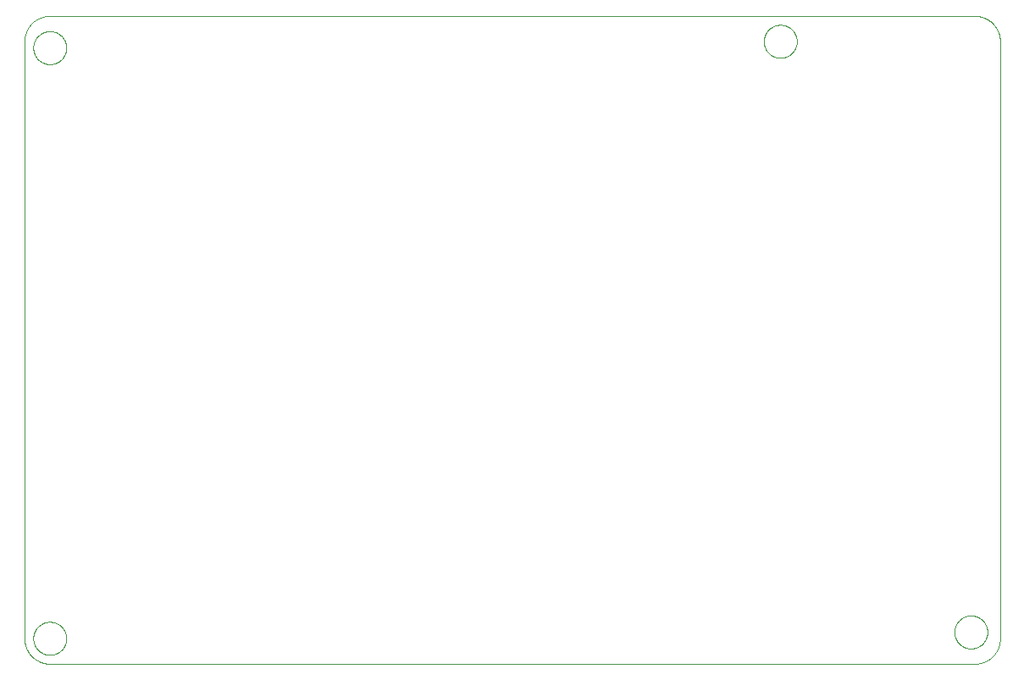
<source format=gko>
G75*
%MOIN*%
%OFA0B0*%
%FSLAX25Y25*%
%IPPOS*%
%LPD*%
%AMOC8*
5,1,8,0,0,1.08239X$1,22.5*
%
%ADD10C,0.00000*%
D10*
X0031333Y0040150D02*
X0031333Y0275150D01*
X0031336Y0275392D01*
X0031345Y0275633D01*
X0031359Y0275874D01*
X0031380Y0276115D01*
X0031406Y0276355D01*
X0031438Y0276595D01*
X0031476Y0276834D01*
X0031519Y0277071D01*
X0031569Y0277308D01*
X0031624Y0277543D01*
X0031684Y0277777D01*
X0031751Y0278009D01*
X0031822Y0278240D01*
X0031900Y0278469D01*
X0031983Y0278696D01*
X0032071Y0278921D01*
X0032165Y0279144D01*
X0032264Y0279364D01*
X0032369Y0279582D01*
X0032478Y0279797D01*
X0032593Y0280010D01*
X0032713Y0280220D01*
X0032838Y0280426D01*
X0032968Y0280630D01*
X0033103Y0280831D01*
X0033243Y0281028D01*
X0033387Y0281222D01*
X0033536Y0281412D01*
X0033690Y0281598D01*
X0033848Y0281781D01*
X0034010Y0281960D01*
X0034177Y0282135D01*
X0034348Y0282306D01*
X0034523Y0282473D01*
X0034702Y0282635D01*
X0034885Y0282793D01*
X0035071Y0282947D01*
X0035261Y0283096D01*
X0035455Y0283240D01*
X0035652Y0283380D01*
X0035853Y0283515D01*
X0036057Y0283645D01*
X0036263Y0283770D01*
X0036473Y0283890D01*
X0036686Y0284005D01*
X0036901Y0284114D01*
X0037119Y0284219D01*
X0037339Y0284318D01*
X0037562Y0284412D01*
X0037787Y0284500D01*
X0038014Y0284583D01*
X0038243Y0284661D01*
X0038474Y0284732D01*
X0038706Y0284799D01*
X0038940Y0284859D01*
X0039175Y0284914D01*
X0039412Y0284964D01*
X0039649Y0285007D01*
X0039888Y0285045D01*
X0040128Y0285077D01*
X0040368Y0285103D01*
X0040609Y0285124D01*
X0040850Y0285138D01*
X0041091Y0285147D01*
X0041333Y0285150D01*
X0405333Y0285150D01*
X0405575Y0285147D01*
X0405816Y0285138D01*
X0406057Y0285124D01*
X0406298Y0285103D01*
X0406538Y0285077D01*
X0406778Y0285045D01*
X0407017Y0285007D01*
X0407254Y0284964D01*
X0407491Y0284914D01*
X0407726Y0284859D01*
X0407960Y0284799D01*
X0408192Y0284732D01*
X0408423Y0284661D01*
X0408652Y0284583D01*
X0408879Y0284500D01*
X0409104Y0284412D01*
X0409327Y0284318D01*
X0409547Y0284219D01*
X0409765Y0284114D01*
X0409980Y0284005D01*
X0410193Y0283890D01*
X0410403Y0283770D01*
X0410609Y0283645D01*
X0410813Y0283515D01*
X0411014Y0283380D01*
X0411211Y0283240D01*
X0411405Y0283096D01*
X0411595Y0282947D01*
X0411781Y0282793D01*
X0411964Y0282635D01*
X0412143Y0282473D01*
X0412318Y0282306D01*
X0412489Y0282135D01*
X0412656Y0281960D01*
X0412818Y0281781D01*
X0412976Y0281598D01*
X0413130Y0281412D01*
X0413279Y0281222D01*
X0413423Y0281028D01*
X0413563Y0280831D01*
X0413698Y0280630D01*
X0413828Y0280426D01*
X0413953Y0280220D01*
X0414073Y0280010D01*
X0414188Y0279797D01*
X0414297Y0279582D01*
X0414402Y0279364D01*
X0414501Y0279144D01*
X0414595Y0278921D01*
X0414683Y0278696D01*
X0414766Y0278469D01*
X0414844Y0278240D01*
X0414915Y0278009D01*
X0414982Y0277777D01*
X0415042Y0277543D01*
X0415097Y0277308D01*
X0415147Y0277071D01*
X0415190Y0276834D01*
X0415228Y0276595D01*
X0415260Y0276355D01*
X0415286Y0276115D01*
X0415307Y0275874D01*
X0415321Y0275633D01*
X0415330Y0275392D01*
X0415333Y0275150D01*
X0415333Y0040150D01*
X0415330Y0039908D01*
X0415321Y0039667D01*
X0415307Y0039426D01*
X0415286Y0039185D01*
X0415260Y0038945D01*
X0415228Y0038705D01*
X0415190Y0038466D01*
X0415147Y0038229D01*
X0415097Y0037992D01*
X0415042Y0037757D01*
X0414982Y0037523D01*
X0414915Y0037291D01*
X0414844Y0037060D01*
X0414766Y0036831D01*
X0414683Y0036604D01*
X0414595Y0036379D01*
X0414501Y0036156D01*
X0414402Y0035936D01*
X0414297Y0035718D01*
X0414188Y0035503D01*
X0414073Y0035290D01*
X0413953Y0035080D01*
X0413828Y0034874D01*
X0413698Y0034670D01*
X0413563Y0034469D01*
X0413423Y0034272D01*
X0413279Y0034078D01*
X0413130Y0033888D01*
X0412976Y0033702D01*
X0412818Y0033519D01*
X0412656Y0033340D01*
X0412489Y0033165D01*
X0412318Y0032994D01*
X0412143Y0032827D01*
X0411964Y0032665D01*
X0411781Y0032507D01*
X0411595Y0032353D01*
X0411405Y0032204D01*
X0411211Y0032060D01*
X0411014Y0031920D01*
X0410813Y0031785D01*
X0410609Y0031655D01*
X0410403Y0031530D01*
X0410193Y0031410D01*
X0409980Y0031295D01*
X0409765Y0031186D01*
X0409547Y0031081D01*
X0409327Y0030982D01*
X0409104Y0030888D01*
X0408879Y0030800D01*
X0408652Y0030717D01*
X0408423Y0030639D01*
X0408192Y0030568D01*
X0407960Y0030501D01*
X0407726Y0030441D01*
X0407491Y0030386D01*
X0407254Y0030336D01*
X0407017Y0030293D01*
X0406778Y0030255D01*
X0406538Y0030223D01*
X0406298Y0030197D01*
X0406057Y0030176D01*
X0405816Y0030162D01*
X0405575Y0030153D01*
X0405333Y0030150D01*
X0041333Y0030150D01*
X0034833Y0040150D02*
X0034835Y0040311D01*
X0034841Y0040471D01*
X0034851Y0040632D01*
X0034865Y0040792D01*
X0034883Y0040952D01*
X0034904Y0041111D01*
X0034930Y0041270D01*
X0034960Y0041428D01*
X0034993Y0041585D01*
X0035031Y0041742D01*
X0035072Y0041897D01*
X0035117Y0042051D01*
X0035166Y0042204D01*
X0035219Y0042356D01*
X0035275Y0042507D01*
X0035336Y0042656D01*
X0035399Y0042804D01*
X0035467Y0042950D01*
X0035538Y0043094D01*
X0035612Y0043236D01*
X0035690Y0043377D01*
X0035772Y0043515D01*
X0035857Y0043652D01*
X0035945Y0043786D01*
X0036037Y0043918D01*
X0036132Y0044048D01*
X0036230Y0044176D01*
X0036331Y0044301D01*
X0036435Y0044423D01*
X0036542Y0044543D01*
X0036652Y0044660D01*
X0036765Y0044775D01*
X0036881Y0044886D01*
X0037000Y0044995D01*
X0037121Y0045100D01*
X0037245Y0045203D01*
X0037371Y0045303D01*
X0037499Y0045399D01*
X0037630Y0045492D01*
X0037764Y0045582D01*
X0037899Y0045669D01*
X0038037Y0045752D01*
X0038176Y0045832D01*
X0038318Y0045908D01*
X0038461Y0045981D01*
X0038606Y0046050D01*
X0038753Y0046116D01*
X0038901Y0046178D01*
X0039051Y0046236D01*
X0039202Y0046291D01*
X0039355Y0046342D01*
X0039509Y0046389D01*
X0039664Y0046432D01*
X0039820Y0046471D01*
X0039976Y0046507D01*
X0040134Y0046538D01*
X0040292Y0046566D01*
X0040451Y0046590D01*
X0040611Y0046610D01*
X0040771Y0046626D01*
X0040931Y0046638D01*
X0041092Y0046646D01*
X0041253Y0046650D01*
X0041413Y0046650D01*
X0041574Y0046646D01*
X0041735Y0046638D01*
X0041895Y0046626D01*
X0042055Y0046610D01*
X0042215Y0046590D01*
X0042374Y0046566D01*
X0042532Y0046538D01*
X0042690Y0046507D01*
X0042846Y0046471D01*
X0043002Y0046432D01*
X0043157Y0046389D01*
X0043311Y0046342D01*
X0043464Y0046291D01*
X0043615Y0046236D01*
X0043765Y0046178D01*
X0043913Y0046116D01*
X0044060Y0046050D01*
X0044205Y0045981D01*
X0044348Y0045908D01*
X0044490Y0045832D01*
X0044629Y0045752D01*
X0044767Y0045669D01*
X0044902Y0045582D01*
X0045036Y0045492D01*
X0045167Y0045399D01*
X0045295Y0045303D01*
X0045421Y0045203D01*
X0045545Y0045100D01*
X0045666Y0044995D01*
X0045785Y0044886D01*
X0045901Y0044775D01*
X0046014Y0044660D01*
X0046124Y0044543D01*
X0046231Y0044423D01*
X0046335Y0044301D01*
X0046436Y0044176D01*
X0046534Y0044048D01*
X0046629Y0043918D01*
X0046721Y0043786D01*
X0046809Y0043652D01*
X0046894Y0043515D01*
X0046976Y0043377D01*
X0047054Y0043236D01*
X0047128Y0043094D01*
X0047199Y0042950D01*
X0047267Y0042804D01*
X0047330Y0042656D01*
X0047391Y0042507D01*
X0047447Y0042356D01*
X0047500Y0042204D01*
X0047549Y0042051D01*
X0047594Y0041897D01*
X0047635Y0041742D01*
X0047673Y0041585D01*
X0047706Y0041428D01*
X0047736Y0041270D01*
X0047762Y0041111D01*
X0047783Y0040952D01*
X0047801Y0040792D01*
X0047815Y0040632D01*
X0047825Y0040471D01*
X0047831Y0040311D01*
X0047833Y0040150D01*
X0047831Y0039989D01*
X0047825Y0039829D01*
X0047815Y0039668D01*
X0047801Y0039508D01*
X0047783Y0039348D01*
X0047762Y0039189D01*
X0047736Y0039030D01*
X0047706Y0038872D01*
X0047673Y0038715D01*
X0047635Y0038558D01*
X0047594Y0038403D01*
X0047549Y0038249D01*
X0047500Y0038096D01*
X0047447Y0037944D01*
X0047391Y0037793D01*
X0047330Y0037644D01*
X0047267Y0037496D01*
X0047199Y0037350D01*
X0047128Y0037206D01*
X0047054Y0037064D01*
X0046976Y0036923D01*
X0046894Y0036785D01*
X0046809Y0036648D01*
X0046721Y0036514D01*
X0046629Y0036382D01*
X0046534Y0036252D01*
X0046436Y0036124D01*
X0046335Y0035999D01*
X0046231Y0035877D01*
X0046124Y0035757D01*
X0046014Y0035640D01*
X0045901Y0035525D01*
X0045785Y0035414D01*
X0045666Y0035305D01*
X0045545Y0035200D01*
X0045421Y0035097D01*
X0045295Y0034997D01*
X0045167Y0034901D01*
X0045036Y0034808D01*
X0044902Y0034718D01*
X0044767Y0034631D01*
X0044629Y0034548D01*
X0044490Y0034468D01*
X0044348Y0034392D01*
X0044205Y0034319D01*
X0044060Y0034250D01*
X0043913Y0034184D01*
X0043765Y0034122D01*
X0043615Y0034064D01*
X0043464Y0034009D01*
X0043311Y0033958D01*
X0043157Y0033911D01*
X0043002Y0033868D01*
X0042846Y0033829D01*
X0042690Y0033793D01*
X0042532Y0033762D01*
X0042374Y0033734D01*
X0042215Y0033710D01*
X0042055Y0033690D01*
X0041895Y0033674D01*
X0041735Y0033662D01*
X0041574Y0033654D01*
X0041413Y0033650D01*
X0041253Y0033650D01*
X0041092Y0033654D01*
X0040931Y0033662D01*
X0040771Y0033674D01*
X0040611Y0033690D01*
X0040451Y0033710D01*
X0040292Y0033734D01*
X0040134Y0033762D01*
X0039976Y0033793D01*
X0039820Y0033829D01*
X0039664Y0033868D01*
X0039509Y0033911D01*
X0039355Y0033958D01*
X0039202Y0034009D01*
X0039051Y0034064D01*
X0038901Y0034122D01*
X0038753Y0034184D01*
X0038606Y0034250D01*
X0038461Y0034319D01*
X0038318Y0034392D01*
X0038176Y0034468D01*
X0038037Y0034548D01*
X0037899Y0034631D01*
X0037764Y0034718D01*
X0037630Y0034808D01*
X0037499Y0034901D01*
X0037371Y0034997D01*
X0037245Y0035097D01*
X0037121Y0035200D01*
X0037000Y0035305D01*
X0036881Y0035414D01*
X0036765Y0035525D01*
X0036652Y0035640D01*
X0036542Y0035757D01*
X0036435Y0035877D01*
X0036331Y0035999D01*
X0036230Y0036124D01*
X0036132Y0036252D01*
X0036037Y0036382D01*
X0035945Y0036514D01*
X0035857Y0036648D01*
X0035772Y0036785D01*
X0035690Y0036923D01*
X0035612Y0037064D01*
X0035538Y0037206D01*
X0035467Y0037350D01*
X0035399Y0037496D01*
X0035336Y0037644D01*
X0035275Y0037793D01*
X0035219Y0037944D01*
X0035166Y0038096D01*
X0035117Y0038249D01*
X0035072Y0038403D01*
X0035031Y0038558D01*
X0034993Y0038715D01*
X0034960Y0038872D01*
X0034930Y0039030D01*
X0034904Y0039189D01*
X0034883Y0039348D01*
X0034865Y0039508D01*
X0034851Y0039668D01*
X0034841Y0039829D01*
X0034835Y0039989D01*
X0034833Y0040150D01*
X0031333Y0040150D02*
X0031336Y0039908D01*
X0031345Y0039667D01*
X0031359Y0039426D01*
X0031380Y0039185D01*
X0031406Y0038945D01*
X0031438Y0038705D01*
X0031476Y0038466D01*
X0031519Y0038229D01*
X0031569Y0037992D01*
X0031624Y0037757D01*
X0031684Y0037523D01*
X0031751Y0037291D01*
X0031822Y0037060D01*
X0031900Y0036831D01*
X0031983Y0036604D01*
X0032071Y0036379D01*
X0032165Y0036156D01*
X0032264Y0035936D01*
X0032369Y0035718D01*
X0032478Y0035503D01*
X0032593Y0035290D01*
X0032713Y0035080D01*
X0032838Y0034874D01*
X0032968Y0034670D01*
X0033103Y0034469D01*
X0033243Y0034272D01*
X0033387Y0034078D01*
X0033536Y0033888D01*
X0033690Y0033702D01*
X0033848Y0033519D01*
X0034010Y0033340D01*
X0034177Y0033165D01*
X0034348Y0032994D01*
X0034523Y0032827D01*
X0034702Y0032665D01*
X0034885Y0032507D01*
X0035071Y0032353D01*
X0035261Y0032204D01*
X0035455Y0032060D01*
X0035652Y0031920D01*
X0035853Y0031785D01*
X0036057Y0031655D01*
X0036263Y0031530D01*
X0036473Y0031410D01*
X0036686Y0031295D01*
X0036901Y0031186D01*
X0037119Y0031081D01*
X0037339Y0030982D01*
X0037562Y0030888D01*
X0037787Y0030800D01*
X0038014Y0030717D01*
X0038243Y0030639D01*
X0038474Y0030568D01*
X0038706Y0030501D01*
X0038940Y0030441D01*
X0039175Y0030386D01*
X0039412Y0030336D01*
X0039649Y0030293D01*
X0039888Y0030255D01*
X0040128Y0030223D01*
X0040368Y0030197D01*
X0040609Y0030176D01*
X0040850Y0030162D01*
X0041091Y0030153D01*
X0041333Y0030150D01*
X0034833Y0272650D02*
X0034835Y0272811D01*
X0034841Y0272971D01*
X0034851Y0273132D01*
X0034865Y0273292D01*
X0034883Y0273452D01*
X0034904Y0273611D01*
X0034930Y0273770D01*
X0034960Y0273928D01*
X0034993Y0274085D01*
X0035031Y0274242D01*
X0035072Y0274397D01*
X0035117Y0274551D01*
X0035166Y0274704D01*
X0035219Y0274856D01*
X0035275Y0275007D01*
X0035336Y0275156D01*
X0035399Y0275304D01*
X0035467Y0275450D01*
X0035538Y0275594D01*
X0035612Y0275736D01*
X0035690Y0275877D01*
X0035772Y0276015D01*
X0035857Y0276152D01*
X0035945Y0276286D01*
X0036037Y0276418D01*
X0036132Y0276548D01*
X0036230Y0276676D01*
X0036331Y0276801D01*
X0036435Y0276923D01*
X0036542Y0277043D01*
X0036652Y0277160D01*
X0036765Y0277275D01*
X0036881Y0277386D01*
X0037000Y0277495D01*
X0037121Y0277600D01*
X0037245Y0277703D01*
X0037371Y0277803D01*
X0037499Y0277899D01*
X0037630Y0277992D01*
X0037764Y0278082D01*
X0037899Y0278169D01*
X0038037Y0278252D01*
X0038176Y0278332D01*
X0038318Y0278408D01*
X0038461Y0278481D01*
X0038606Y0278550D01*
X0038753Y0278616D01*
X0038901Y0278678D01*
X0039051Y0278736D01*
X0039202Y0278791D01*
X0039355Y0278842D01*
X0039509Y0278889D01*
X0039664Y0278932D01*
X0039820Y0278971D01*
X0039976Y0279007D01*
X0040134Y0279038D01*
X0040292Y0279066D01*
X0040451Y0279090D01*
X0040611Y0279110D01*
X0040771Y0279126D01*
X0040931Y0279138D01*
X0041092Y0279146D01*
X0041253Y0279150D01*
X0041413Y0279150D01*
X0041574Y0279146D01*
X0041735Y0279138D01*
X0041895Y0279126D01*
X0042055Y0279110D01*
X0042215Y0279090D01*
X0042374Y0279066D01*
X0042532Y0279038D01*
X0042690Y0279007D01*
X0042846Y0278971D01*
X0043002Y0278932D01*
X0043157Y0278889D01*
X0043311Y0278842D01*
X0043464Y0278791D01*
X0043615Y0278736D01*
X0043765Y0278678D01*
X0043913Y0278616D01*
X0044060Y0278550D01*
X0044205Y0278481D01*
X0044348Y0278408D01*
X0044490Y0278332D01*
X0044629Y0278252D01*
X0044767Y0278169D01*
X0044902Y0278082D01*
X0045036Y0277992D01*
X0045167Y0277899D01*
X0045295Y0277803D01*
X0045421Y0277703D01*
X0045545Y0277600D01*
X0045666Y0277495D01*
X0045785Y0277386D01*
X0045901Y0277275D01*
X0046014Y0277160D01*
X0046124Y0277043D01*
X0046231Y0276923D01*
X0046335Y0276801D01*
X0046436Y0276676D01*
X0046534Y0276548D01*
X0046629Y0276418D01*
X0046721Y0276286D01*
X0046809Y0276152D01*
X0046894Y0276015D01*
X0046976Y0275877D01*
X0047054Y0275736D01*
X0047128Y0275594D01*
X0047199Y0275450D01*
X0047267Y0275304D01*
X0047330Y0275156D01*
X0047391Y0275007D01*
X0047447Y0274856D01*
X0047500Y0274704D01*
X0047549Y0274551D01*
X0047594Y0274397D01*
X0047635Y0274242D01*
X0047673Y0274085D01*
X0047706Y0273928D01*
X0047736Y0273770D01*
X0047762Y0273611D01*
X0047783Y0273452D01*
X0047801Y0273292D01*
X0047815Y0273132D01*
X0047825Y0272971D01*
X0047831Y0272811D01*
X0047833Y0272650D01*
X0047831Y0272489D01*
X0047825Y0272329D01*
X0047815Y0272168D01*
X0047801Y0272008D01*
X0047783Y0271848D01*
X0047762Y0271689D01*
X0047736Y0271530D01*
X0047706Y0271372D01*
X0047673Y0271215D01*
X0047635Y0271058D01*
X0047594Y0270903D01*
X0047549Y0270749D01*
X0047500Y0270596D01*
X0047447Y0270444D01*
X0047391Y0270293D01*
X0047330Y0270144D01*
X0047267Y0269996D01*
X0047199Y0269850D01*
X0047128Y0269706D01*
X0047054Y0269564D01*
X0046976Y0269423D01*
X0046894Y0269285D01*
X0046809Y0269148D01*
X0046721Y0269014D01*
X0046629Y0268882D01*
X0046534Y0268752D01*
X0046436Y0268624D01*
X0046335Y0268499D01*
X0046231Y0268377D01*
X0046124Y0268257D01*
X0046014Y0268140D01*
X0045901Y0268025D01*
X0045785Y0267914D01*
X0045666Y0267805D01*
X0045545Y0267700D01*
X0045421Y0267597D01*
X0045295Y0267497D01*
X0045167Y0267401D01*
X0045036Y0267308D01*
X0044902Y0267218D01*
X0044767Y0267131D01*
X0044629Y0267048D01*
X0044490Y0266968D01*
X0044348Y0266892D01*
X0044205Y0266819D01*
X0044060Y0266750D01*
X0043913Y0266684D01*
X0043765Y0266622D01*
X0043615Y0266564D01*
X0043464Y0266509D01*
X0043311Y0266458D01*
X0043157Y0266411D01*
X0043002Y0266368D01*
X0042846Y0266329D01*
X0042690Y0266293D01*
X0042532Y0266262D01*
X0042374Y0266234D01*
X0042215Y0266210D01*
X0042055Y0266190D01*
X0041895Y0266174D01*
X0041735Y0266162D01*
X0041574Y0266154D01*
X0041413Y0266150D01*
X0041253Y0266150D01*
X0041092Y0266154D01*
X0040931Y0266162D01*
X0040771Y0266174D01*
X0040611Y0266190D01*
X0040451Y0266210D01*
X0040292Y0266234D01*
X0040134Y0266262D01*
X0039976Y0266293D01*
X0039820Y0266329D01*
X0039664Y0266368D01*
X0039509Y0266411D01*
X0039355Y0266458D01*
X0039202Y0266509D01*
X0039051Y0266564D01*
X0038901Y0266622D01*
X0038753Y0266684D01*
X0038606Y0266750D01*
X0038461Y0266819D01*
X0038318Y0266892D01*
X0038176Y0266968D01*
X0038037Y0267048D01*
X0037899Y0267131D01*
X0037764Y0267218D01*
X0037630Y0267308D01*
X0037499Y0267401D01*
X0037371Y0267497D01*
X0037245Y0267597D01*
X0037121Y0267700D01*
X0037000Y0267805D01*
X0036881Y0267914D01*
X0036765Y0268025D01*
X0036652Y0268140D01*
X0036542Y0268257D01*
X0036435Y0268377D01*
X0036331Y0268499D01*
X0036230Y0268624D01*
X0036132Y0268752D01*
X0036037Y0268882D01*
X0035945Y0269014D01*
X0035857Y0269148D01*
X0035772Y0269285D01*
X0035690Y0269423D01*
X0035612Y0269564D01*
X0035538Y0269706D01*
X0035467Y0269850D01*
X0035399Y0269996D01*
X0035336Y0270144D01*
X0035275Y0270293D01*
X0035219Y0270444D01*
X0035166Y0270596D01*
X0035117Y0270749D01*
X0035072Y0270903D01*
X0035031Y0271058D01*
X0034993Y0271215D01*
X0034960Y0271372D01*
X0034930Y0271530D01*
X0034904Y0271689D01*
X0034883Y0271848D01*
X0034865Y0272008D01*
X0034851Y0272168D01*
X0034841Y0272329D01*
X0034835Y0272489D01*
X0034833Y0272650D01*
X0322333Y0275150D02*
X0322335Y0275311D01*
X0322341Y0275471D01*
X0322351Y0275632D01*
X0322365Y0275792D01*
X0322383Y0275952D01*
X0322404Y0276111D01*
X0322430Y0276270D01*
X0322460Y0276428D01*
X0322493Y0276585D01*
X0322531Y0276742D01*
X0322572Y0276897D01*
X0322617Y0277051D01*
X0322666Y0277204D01*
X0322719Y0277356D01*
X0322775Y0277507D01*
X0322836Y0277656D01*
X0322899Y0277804D01*
X0322967Y0277950D01*
X0323038Y0278094D01*
X0323112Y0278236D01*
X0323190Y0278377D01*
X0323272Y0278515D01*
X0323357Y0278652D01*
X0323445Y0278786D01*
X0323537Y0278918D01*
X0323632Y0279048D01*
X0323730Y0279176D01*
X0323831Y0279301D01*
X0323935Y0279423D01*
X0324042Y0279543D01*
X0324152Y0279660D01*
X0324265Y0279775D01*
X0324381Y0279886D01*
X0324500Y0279995D01*
X0324621Y0280100D01*
X0324745Y0280203D01*
X0324871Y0280303D01*
X0324999Y0280399D01*
X0325130Y0280492D01*
X0325264Y0280582D01*
X0325399Y0280669D01*
X0325537Y0280752D01*
X0325676Y0280832D01*
X0325818Y0280908D01*
X0325961Y0280981D01*
X0326106Y0281050D01*
X0326253Y0281116D01*
X0326401Y0281178D01*
X0326551Y0281236D01*
X0326702Y0281291D01*
X0326855Y0281342D01*
X0327009Y0281389D01*
X0327164Y0281432D01*
X0327320Y0281471D01*
X0327476Y0281507D01*
X0327634Y0281538D01*
X0327792Y0281566D01*
X0327951Y0281590D01*
X0328111Y0281610D01*
X0328271Y0281626D01*
X0328431Y0281638D01*
X0328592Y0281646D01*
X0328753Y0281650D01*
X0328913Y0281650D01*
X0329074Y0281646D01*
X0329235Y0281638D01*
X0329395Y0281626D01*
X0329555Y0281610D01*
X0329715Y0281590D01*
X0329874Y0281566D01*
X0330032Y0281538D01*
X0330190Y0281507D01*
X0330346Y0281471D01*
X0330502Y0281432D01*
X0330657Y0281389D01*
X0330811Y0281342D01*
X0330964Y0281291D01*
X0331115Y0281236D01*
X0331265Y0281178D01*
X0331413Y0281116D01*
X0331560Y0281050D01*
X0331705Y0280981D01*
X0331848Y0280908D01*
X0331990Y0280832D01*
X0332129Y0280752D01*
X0332267Y0280669D01*
X0332402Y0280582D01*
X0332536Y0280492D01*
X0332667Y0280399D01*
X0332795Y0280303D01*
X0332921Y0280203D01*
X0333045Y0280100D01*
X0333166Y0279995D01*
X0333285Y0279886D01*
X0333401Y0279775D01*
X0333514Y0279660D01*
X0333624Y0279543D01*
X0333731Y0279423D01*
X0333835Y0279301D01*
X0333936Y0279176D01*
X0334034Y0279048D01*
X0334129Y0278918D01*
X0334221Y0278786D01*
X0334309Y0278652D01*
X0334394Y0278515D01*
X0334476Y0278377D01*
X0334554Y0278236D01*
X0334628Y0278094D01*
X0334699Y0277950D01*
X0334767Y0277804D01*
X0334830Y0277656D01*
X0334891Y0277507D01*
X0334947Y0277356D01*
X0335000Y0277204D01*
X0335049Y0277051D01*
X0335094Y0276897D01*
X0335135Y0276742D01*
X0335173Y0276585D01*
X0335206Y0276428D01*
X0335236Y0276270D01*
X0335262Y0276111D01*
X0335283Y0275952D01*
X0335301Y0275792D01*
X0335315Y0275632D01*
X0335325Y0275471D01*
X0335331Y0275311D01*
X0335333Y0275150D01*
X0335331Y0274989D01*
X0335325Y0274829D01*
X0335315Y0274668D01*
X0335301Y0274508D01*
X0335283Y0274348D01*
X0335262Y0274189D01*
X0335236Y0274030D01*
X0335206Y0273872D01*
X0335173Y0273715D01*
X0335135Y0273558D01*
X0335094Y0273403D01*
X0335049Y0273249D01*
X0335000Y0273096D01*
X0334947Y0272944D01*
X0334891Y0272793D01*
X0334830Y0272644D01*
X0334767Y0272496D01*
X0334699Y0272350D01*
X0334628Y0272206D01*
X0334554Y0272064D01*
X0334476Y0271923D01*
X0334394Y0271785D01*
X0334309Y0271648D01*
X0334221Y0271514D01*
X0334129Y0271382D01*
X0334034Y0271252D01*
X0333936Y0271124D01*
X0333835Y0270999D01*
X0333731Y0270877D01*
X0333624Y0270757D01*
X0333514Y0270640D01*
X0333401Y0270525D01*
X0333285Y0270414D01*
X0333166Y0270305D01*
X0333045Y0270200D01*
X0332921Y0270097D01*
X0332795Y0269997D01*
X0332667Y0269901D01*
X0332536Y0269808D01*
X0332402Y0269718D01*
X0332267Y0269631D01*
X0332129Y0269548D01*
X0331990Y0269468D01*
X0331848Y0269392D01*
X0331705Y0269319D01*
X0331560Y0269250D01*
X0331413Y0269184D01*
X0331265Y0269122D01*
X0331115Y0269064D01*
X0330964Y0269009D01*
X0330811Y0268958D01*
X0330657Y0268911D01*
X0330502Y0268868D01*
X0330346Y0268829D01*
X0330190Y0268793D01*
X0330032Y0268762D01*
X0329874Y0268734D01*
X0329715Y0268710D01*
X0329555Y0268690D01*
X0329395Y0268674D01*
X0329235Y0268662D01*
X0329074Y0268654D01*
X0328913Y0268650D01*
X0328753Y0268650D01*
X0328592Y0268654D01*
X0328431Y0268662D01*
X0328271Y0268674D01*
X0328111Y0268690D01*
X0327951Y0268710D01*
X0327792Y0268734D01*
X0327634Y0268762D01*
X0327476Y0268793D01*
X0327320Y0268829D01*
X0327164Y0268868D01*
X0327009Y0268911D01*
X0326855Y0268958D01*
X0326702Y0269009D01*
X0326551Y0269064D01*
X0326401Y0269122D01*
X0326253Y0269184D01*
X0326106Y0269250D01*
X0325961Y0269319D01*
X0325818Y0269392D01*
X0325676Y0269468D01*
X0325537Y0269548D01*
X0325399Y0269631D01*
X0325264Y0269718D01*
X0325130Y0269808D01*
X0324999Y0269901D01*
X0324871Y0269997D01*
X0324745Y0270097D01*
X0324621Y0270200D01*
X0324500Y0270305D01*
X0324381Y0270414D01*
X0324265Y0270525D01*
X0324152Y0270640D01*
X0324042Y0270757D01*
X0323935Y0270877D01*
X0323831Y0270999D01*
X0323730Y0271124D01*
X0323632Y0271252D01*
X0323537Y0271382D01*
X0323445Y0271514D01*
X0323357Y0271648D01*
X0323272Y0271785D01*
X0323190Y0271923D01*
X0323112Y0272064D01*
X0323038Y0272206D01*
X0322967Y0272350D01*
X0322899Y0272496D01*
X0322836Y0272644D01*
X0322775Y0272793D01*
X0322719Y0272944D01*
X0322666Y0273096D01*
X0322617Y0273249D01*
X0322572Y0273403D01*
X0322531Y0273558D01*
X0322493Y0273715D01*
X0322460Y0273872D01*
X0322430Y0274030D01*
X0322404Y0274189D01*
X0322383Y0274348D01*
X0322365Y0274508D01*
X0322351Y0274668D01*
X0322341Y0274829D01*
X0322335Y0274989D01*
X0322333Y0275150D01*
X0397333Y0042650D02*
X0397335Y0042811D01*
X0397341Y0042971D01*
X0397351Y0043132D01*
X0397365Y0043292D01*
X0397383Y0043452D01*
X0397404Y0043611D01*
X0397430Y0043770D01*
X0397460Y0043928D01*
X0397493Y0044085D01*
X0397531Y0044242D01*
X0397572Y0044397D01*
X0397617Y0044551D01*
X0397666Y0044704D01*
X0397719Y0044856D01*
X0397775Y0045007D01*
X0397836Y0045156D01*
X0397899Y0045304D01*
X0397967Y0045450D01*
X0398038Y0045594D01*
X0398112Y0045736D01*
X0398190Y0045877D01*
X0398272Y0046015D01*
X0398357Y0046152D01*
X0398445Y0046286D01*
X0398537Y0046418D01*
X0398632Y0046548D01*
X0398730Y0046676D01*
X0398831Y0046801D01*
X0398935Y0046923D01*
X0399042Y0047043D01*
X0399152Y0047160D01*
X0399265Y0047275D01*
X0399381Y0047386D01*
X0399500Y0047495D01*
X0399621Y0047600D01*
X0399745Y0047703D01*
X0399871Y0047803D01*
X0399999Y0047899D01*
X0400130Y0047992D01*
X0400264Y0048082D01*
X0400399Y0048169D01*
X0400537Y0048252D01*
X0400676Y0048332D01*
X0400818Y0048408D01*
X0400961Y0048481D01*
X0401106Y0048550D01*
X0401253Y0048616D01*
X0401401Y0048678D01*
X0401551Y0048736D01*
X0401702Y0048791D01*
X0401855Y0048842D01*
X0402009Y0048889D01*
X0402164Y0048932D01*
X0402320Y0048971D01*
X0402476Y0049007D01*
X0402634Y0049038D01*
X0402792Y0049066D01*
X0402951Y0049090D01*
X0403111Y0049110D01*
X0403271Y0049126D01*
X0403431Y0049138D01*
X0403592Y0049146D01*
X0403753Y0049150D01*
X0403913Y0049150D01*
X0404074Y0049146D01*
X0404235Y0049138D01*
X0404395Y0049126D01*
X0404555Y0049110D01*
X0404715Y0049090D01*
X0404874Y0049066D01*
X0405032Y0049038D01*
X0405190Y0049007D01*
X0405346Y0048971D01*
X0405502Y0048932D01*
X0405657Y0048889D01*
X0405811Y0048842D01*
X0405964Y0048791D01*
X0406115Y0048736D01*
X0406265Y0048678D01*
X0406413Y0048616D01*
X0406560Y0048550D01*
X0406705Y0048481D01*
X0406848Y0048408D01*
X0406990Y0048332D01*
X0407129Y0048252D01*
X0407267Y0048169D01*
X0407402Y0048082D01*
X0407536Y0047992D01*
X0407667Y0047899D01*
X0407795Y0047803D01*
X0407921Y0047703D01*
X0408045Y0047600D01*
X0408166Y0047495D01*
X0408285Y0047386D01*
X0408401Y0047275D01*
X0408514Y0047160D01*
X0408624Y0047043D01*
X0408731Y0046923D01*
X0408835Y0046801D01*
X0408936Y0046676D01*
X0409034Y0046548D01*
X0409129Y0046418D01*
X0409221Y0046286D01*
X0409309Y0046152D01*
X0409394Y0046015D01*
X0409476Y0045877D01*
X0409554Y0045736D01*
X0409628Y0045594D01*
X0409699Y0045450D01*
X0409767Y0045304D01*
X0409830Y0045156D01*
X0409891Y0045007D01*
X0409947Y0044856D01*
X0410000Y0044704D01*
X0410049Y0044551D01*
X0410094Y0044397D01*
X0410135Y0044242D01*
X0410173Y0044085D01*
X0410206Y0043928D01*
X0410236Y0043770D01*
X0410262Y0043611D01*
X0410283Y0043452D01*
X0410301Y0043292D01*
X0410315Y0043132D01*
X0410325Y0042971D01*
X0410331Y0042811D01*
X0410333Y0042650D01*
X0410331Y0042489D01*
X0410325Y0042329D01*
X0410315Y0042168D01*
X0410301Y0042008D01*
X0410283Y0041848D01*
X0410262Y0041689D01*
X0410236Y0041530D01*
X0410206Y0041372D01*
X0410173Y0041215D01*
X0410135Y0041058D01*
X0410094Y0040903D01*
X0410049Y0040749D01*
X0410000Y0040596D01*
X0409947Y0040444D01*
X0409891Y0040293D01*
X0409830Y0040144D01*
X0409767Y0039996D01*
X0409699Y0039850D01*
X0409628Y0039706D01*
X0409554Y0039564D01*
X0409476Y0039423D01*
X0409394Y0039285D01*
X0409309Y0039148D01*
X0409221Y0039014D01*
X0409129Y0038882D01*
X0409034Y0038752D01*
X0408936Y0038624D01*
X0408835Y0038499D01*
X0408731Y0038377D01*
X0408624Y0038257D01*
X0408514Y0038140D01*
X0408401Y0038025D01*
X0408285Y0037914D01*
X0408166Y0037805D01*
X0408045Y0037700D01*
X0407921Y0037597D01*
X0407795Y0037497D01*
X0407667Y0037401D01*
X0407536Y0037308D01*
X0407402Y0037218D01*
X0407267Y0037131D01*
X0407129Y0037048D01*
X0406990Y0036968D01*
X0406848Y0036892D01*
X0406705Y0036819D01*
X0406560Y0036750D01*
X0406413Y0036684D01*
X0406265Y0036622D01*
X0406115Y0036564D01*
X0405964Y0036509D01*
X0405811Y0036458D01*
X0405657Y0036411D01*
X0405502Y0036368D01*
X0405346Y0036329D01*
X0405190Y0036293D01*
X0405032Y0036262D01*
X0404874Y0036234D01*
X0404715Y0036210D01*
X0404555Y0036190D01*
X0404395Y0036174D01*
X0404235Y0036162D01*
X0404074Y0036154D01*
X0403913Y0036150D01*
X0403753Y0036150D01*
X0403592Y0036154D01*
X0403431Y0036162D01*
X0403271Y0036174D01*
X0403111Y0036190D01*
X0402951Y0036210D01*
X0402792Y0036234D01*
X0402634Y0036262D01*
X0402476Y0036293D01*
X0402320Y0036329D01*
X0402164Y0036368D01*
X0402009Y0036411D01*
X0401855Y0036458D01*
X0401702Y0036509D01*
X0401551Y0036564D01*
X0401401Y0036622D01*
X0401253Y0036684D01*
X0401106Y0036750D01*
X0400961Y0036819D01*
X0400818Y0036892D01*
X0400676Y0036968D01*
X0400537Y0037048D01*
X0400399Y0037131D01*
X0400264Y0037218D01*
X0400130Y0037308D01*
X0399999Y0037401D01*
X0399871Y0037497D01*
X0399745Y0037597D01*
X0399621Y0037700D01*
X0399500Y0037805D01*
X0399381Y0037914D01*
X0399265Y0038025D01*
X0399152Y0038140D01*
X0399042Y0038257D01*
X0398935Y0038377D01*
X0398831Y0038499D01*
X0398730Y0038624D01*
X0398632Y0038752D01*
X0398537Y0038882D01*
X0398445Y0039014D01*
X0398357Y0039148D01*
X0398272Y0039285D01*
X0398190Y0039423D01*
X0398112Y0039564D01*
X0398038Y0039706D01*
X0397967Y0039850D01*
X0397899Y0039996D01*
X0397836Y0040144D01*
X0397775Y0040293D01*
X0397719Y0040444D01*
X0397666Y0040596D01*
X0397617Y0040749D01*
X0397572Y0040903D01*
X0397531Y0041058D01*
X0397493Y0041215D01*
X0397460Y0041372D01*
X0397430Y0041530D01*
X0397404Y0041689D01*
X0397383Y0041848D01*
X0397365Y0042008D01*
X0397351Y0042168D01*
X0397341Y0042329D01*
X0397335Y0042489D01*
X0397333Y0042650D01*
M02*

</source>
